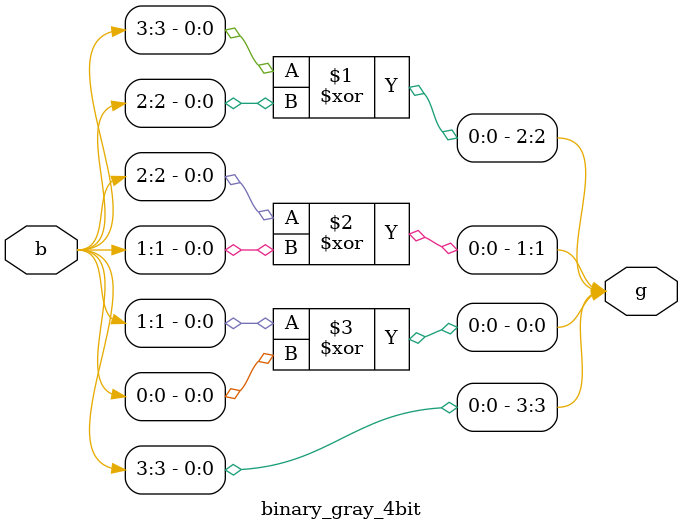
<source format=v>
module binary_gray_4bit (b,g);
input [3:0]b;
output [3:0]g;

buf buf1(g[3], b[3]);
xor xor1(g[2], b[3], b[2]);
xor xor2(g[1], b[2], b[1]);
xor xor3(g[0], b[1], b[0]);

endmodule
</source>
